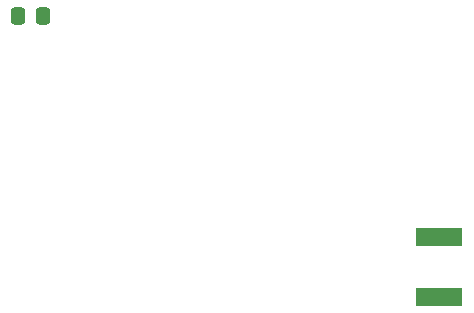
<source format=gbp>
G04 #@! TF.GenerationSoftware,KiCad,Pcbnew,8.0.6*
G04 #@! TF.CreationDate,2024-10-20T12:02:01+02:00*
G04 #@! TF.ProjectId,foxy,666f7879-2e6b-4696-9361-645f70636258,rev?*
G04 #@! TF.SameCoordinates,Original*
G04 #@! TF.FileFunction,Paste,Bot*
G04 #@! TF.FilePolarity,Positive*
%FSLAX46Y46*%
G04 Gerber Fmt 4.6, Leading zero omitted, Abs format (unit mm)*
G04 Created by KiCad (PCBNEW 8.0.6) date 2024-10-20 12:02:01*
%MOMM*%
%LPD*%
G01*
G04 APERTURE LIST*
G04 Aperture macros list*
%AMRoundRect*
0 Rectangle with rounded corners*
0 $1 Rounding radius*
0 $2 $3 $4 $5 $6 $7 $8 $9 X,Y pos of 4 corners*
0 Add a 4 corners polygon primitive as box body*
4,1,4,$2,$3,$4,$5,$6,$7,$8,$9,$2,$3,0*
0 Add four circle primitives for the rounded corners*
1,1,$1+$1,$2,$3*
1,1,$1+$1,$4,$5*
1,1,$1+$1,$6,$7*
1,1,$1+$1,$8,$9*
0 Add four rect primitives between the rounded corners*
20,1,$1+$1,$2,$3,$4,$5,0*
20,1,$1+$1,$4,$5,$6,$7,0*
20,1,$1+$1,$6,$7,$8,$9,0*
20,1,$1+$1,$8,$9,$2,$3,0*%
G04 Aperture macros list end*
%ADD10R,4.000000X1.500000*%
%ADD11RoundRect,0.250000X-0.337500X-0.475000X0.337500X-0.475000X0.337500X0.475000X-0.337500X0.475000X0*%
G04 APERTURE END LIST*
D10*
X137922000Y-91694000D03*
X137922000Y-96774000D03*
D11*
X102311200Y-72999600D03*
X104386200Y-72999600D03*
M02*

</source>
